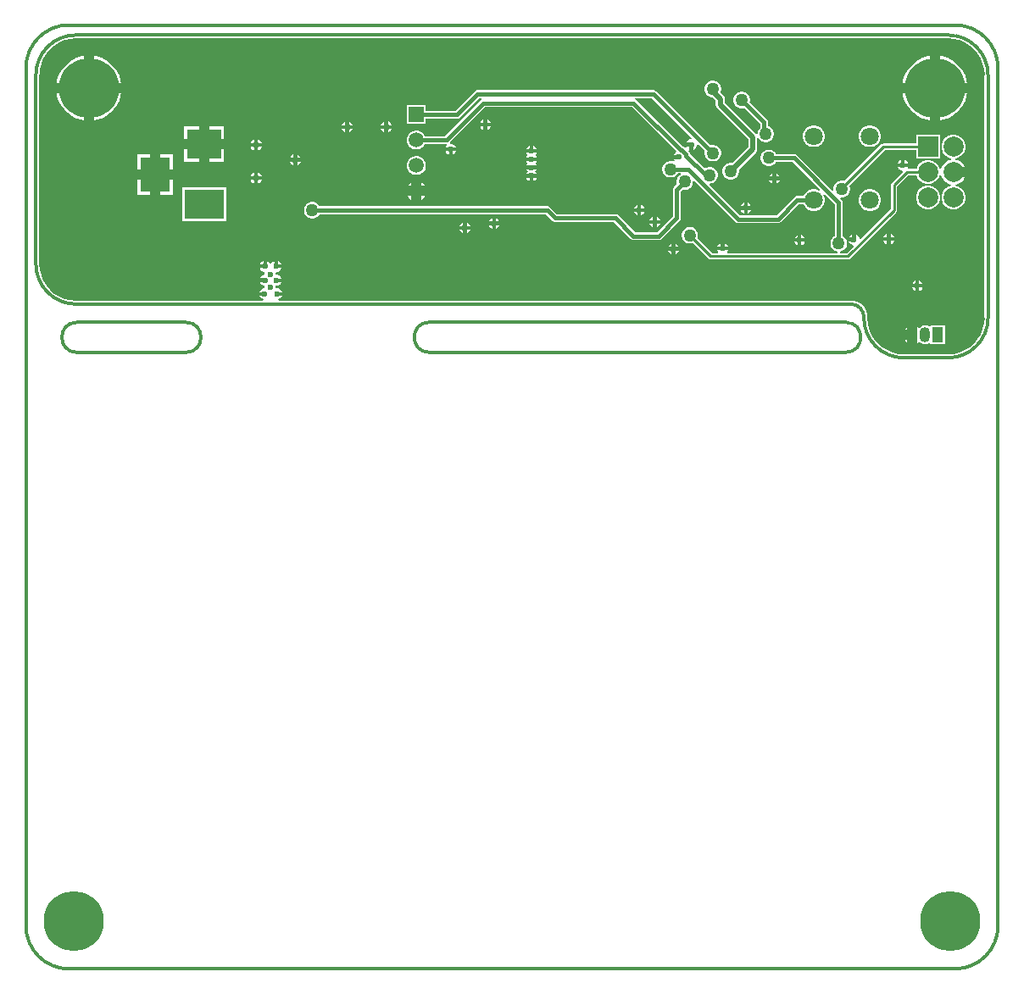
<source format=gbl>
G04*
G04 #@! TF.GenerationSoftware,Altium Limited,Altium Designer,22.0.2 (36)*
G04*
G04 Layer_Physical_Order=2*
G04 Layer_Color=16711680*
%FSLAX25Y25*%
%MOIN*%
G70*
G04*
G04 #@! TF.SameCoordinates,F8844AE4-5711-4282-AF9D-DA4343363A06*
G04*
G04*
G04 #@! TF.FilePolarity,Positive*
G04*
G01*
G75*
%ADD11C,0.01181*%
%ADD14C,0.01000*%
%ADD88C,0.01600*%
%ADD89C,0.02000*%
%ADD90C,0.05000*%
%ADD97O,0.04213X0.05906*%
%ADD98R,0.04213X0.05906*%
%ADD99C,0.23622*%
%ADD100C,0.07874*%
%ADD101R,0.07874X0.07874*%
%ADD102R,0.15748X0.11811*%
%ADD103R,0.11811X0.13780*%
%ADD104R,0.13780X0.11811*%
%ADD105C,0.07087*%
%ADD106R,0.05906X0.05906*%
%ADD107C,0.05906*%
%ADD108C,0.02362*%
%ADD109C,0.05000*%
%ADD110C,0.02500*%
G36*
X19685Y365956D02*
X362103D01*
X362104Y365956D01*
X362598Y365956D01*
X363091Y365938D01*
X364851Y365799D01*
X367049Y365272D01*
X369137Y364407D01*
X371064Y363226D01*
X372782Y361758D01*
X374250Y360040D01*
X375431Y358113D01*
X376295Y356025D01*
X376823Y353828D01*
X376994Y351649D01*
X376980Y351575D01*
Y256103D01*
X376994Y256029D01*
X376823Y253850D01*
X376295Y251653D01*
X375431Y249565D01*
X374250Y247638D01*
X372782Y245919D01*
X371064Y244452D01*
X369137Y243271D01*
X367049Y242406D01*
X364851Y241878D01*
X362673Y241707D01*
X362598Y241722D01*
X345276D01*
X345201Y241707D01*
X343023Y241878D01*
X340825Y242406D01*
X338737Y243271D01*
X336810Y244452D01*
X335092Y245919D01*
X333624Y247638D01*
X332443Y249565D01*
X331579Y251653D01*
X331051Y253850D01*
X330912Y255610D01*
X330894Y256103D01*
X330907Y256373D01*
X330884Y256603D01*
X330782Y257640D01*
X330412Y258859D01*
X329812Y259982D01*
X329004Y260967D01*
X328019Y261775D01*
X326896Y262375D01*
X325677Y262745D01*
X324892Y262822D01*
X324823Y262829D01*
X324680Y262858D01*
X324410Y262870D01*
Y262865D01*
X324374Y262858D01*
X99377D01*
X99277Y263358D01*
X99963Y263642D01*
X100577Y264255D01*
X100778Y264741D01*
X98728D01*
Y266241D01*
X100778D01*
X100577Y266726D01*
X99963Y267340D01*
X99161Y267672D01*
X98706D01*
X98293Y267676D01*
X98244Y268134D01*
Y268544D01*
X98288Y268610D01*
X98861D01*
X99663Y268942D01*
X100277Y269555D01*
X100478Y270041D01*
X98428D01*
Y271541D01*
X100478D01*
X100277Y272026D01*
X99663Y272640D01*
X98861Y272972D01*
X98244D01*
Y273662D01*
X98195Y273781D01*
X98473Y274197D01*
X98859D01*
X99661Y274529D01*
X100274Y275143D01*
X100475Y275628D01*
X98425D01*
Y276378D01*
X97675D01*
Y278428D01*
X97190Y278227D01*
X96576Y277613D01*
X96510Y277453D01*
X96010D01*
X95943Y277613D01*
X95330Y278227D01*
X94845Y278428D01*
Y276378D01*
X94095D01*
Y275628D01*
X92044D01*
X92245Y275143D01*
X92859Y274529D01*
X93661Y274197D01*
X93934Y273788D01*
X93882Y273662D01*
Y273047D01*
X93661D01*
X92859Y272715D01*
X92245Y272102D01*
X92044Y271616D01*
X94095D01*
Y270116D01*
X92044D01*
X92245Y269631D01*
X92859Y269017D01*
X93661Y268685D01*
X93788D01*
X93882Y268544D01*
Y267676D01*
X93879Y267672D01*
X93494D01*
X92692Y267340D01*
X92079Y266726D01*
X91877Y266241D01*
X93928D01*
Y264741D01*
X91877D01*
X92079Y264255D01*
X92692Y263642D01*
X93378Y263358D01*
X93279Y262858D01*
X19685D01*
X19611Y262843D01*
X17432Y263014D01*
X15235Y263542D01*
X13147Y264407D01*
X11220Y265588D01*
X9501Y267055D01*
X8034Y268774D01*
X6853Y270701D01*
X5988Y272789D01*
X5460Y274986D01*
X5289Y277165D01*
X5304Y277239D01*
Y351574D01*
X5304Y351575D01*
X5304D01*
X5322Y352067D01*
X5460Y353828D01*
X5988Y356025D01*
X6853Y358113D01*
X8034Y360040D01*
X9501Y361758D01*
X11220Y363226D01*
X13147Y364407D01*
X15235Y365272D01*
X17432Y365799D01*
X19611Y365971D01*
X19685Y365956D01*
D02*
G37*
%LPC*%
G36*
X359480Y359111D02*
Y348457D01*
X370134D01*
X369976Y349457D01*
X369353Y351374D01*
X368437Y353171D01*
X367252Y354802D01*
X365826Y356228D01*
X364195Y357414D01*
X362398Y358329D01*
X360480Y358952D01*
X359480Y359111D01*
D02*
G37*
G36*
X355480D02*
X354480Y358952D01*
X352563Y358329D01*
X350766Y357414D01*
X349134Y356228D01*
X347709Y354802D01*
X346523Y353171D01*
X345608Y351374D01*
X344985Y349457D01*
X344826Y348457D01*
X355480D01*
Y359111D01*
D02*
G37*
G36*
X26803D02*
Y348457D01*
X37457D01*
X37299Y349457D01*
X36676Y351374D01*
X35760Y353171D01*
X34575Y354802D01*
X33149Y356228D01*
X31518Y357414D01*
X29721Y358329D01*
X27803Y358952D01*
X26803Y359111D01*
D02*
G37*
G36*
X22803D02*
X21803Y358952D01*
X19885Y358329D01*
X18089Y357414D01*
X16457Y356228D01*
X15032Y354802D01*
X13846Y353171D01*
X12931Y351374D01*
X12308Y349457D01*
X12149Y348457D01*
X22803D01*
Y359111D01*
D02*
G37*
G36*
X370134Y344457D02*
X359480D01*
Y333803D01*
X360480Y333961D01*
X362398Y334584D01*
X364195Y335500D01*
X365826Y336685D01*
X367252Y338111D01*
X368437Y339742D01*
X369353Y341539D01*
X369976Y343457D01*
X370134Y344457D01*
D02*
G37*
G36*
X355480D02*
X344826D01*
X344985Y343457D01*
X345608Y341539D01*
X346523Y339742D01*
X347709Y338111D01*
X349134Y336685D01*
X350766Y335500D01*
X352563Y334584D01*
X354480Y333961D01*
X355480Y333803D01*
Y344457D01*
D02*
G37*
G36*
X37457D02*
X26803D01*
Y333803D01*
X27803Y333961D01*
X29721Y334584D01*
X31518Y335500D01*
X33149Y336685D01*
X34575Y338111D01*
X35760Y339742D01*
X36676Y341539D01*
X37299Y343457D01*
X37457Y344457D01*
D02*
G37*
G36*
X22803D02*
X12149D01*
X12308Y343457D01*
X12931Y341539D01*
X13846Y339742D01*
X15032Y338111D01*
X16457Y336685D01*
X18089Y335500D01*
X19885Y334584D01*
X21803Y333961D01*
X22803Y333803D01*
Y344457D01*
D02*
G37*
G36*
X181478Y334141D02*
Y332841D01*
X182778D01*
X182577Y333326D01*
X181963Y333940D01*
X181478Y334141D01*
D02*
G37*
G36*
X179978D02*
X179492Y333940D01*
X178878Y333326D01*
X178677Y332841D01*
X179978D01*
Y334141D01*
D02*
G37*
G36*
X142482Y333301D02*
Y331926D01*
X143857D01*
X143640Y332451D01*
X143007Y333083D01*
X142482Y333301D01*
D02*
G37*
G36*
X140982D02*
X140458Y333083D01*
X139825Y332451D01*
X139608Y331926D01*
X140982D01*
Y333301D01*
D02*
G37*
G36*
X127128D02*
Y331926D01*
X128503D01*
X128285Y332451D01*
X127653Y333083D01*
X127128Y333301D01*
D02*
G37*
G36*
X125628D02*
X125103Y333083D01*
X124470Y332451D01*
X124253Y331926D01*
X125628D01*
Y333301D01*
D02*
G37*
G36*
X182778Y331341D02*
X181478D01*
Y330041D01*
X181963Y330242D01*
X182577Y330855D01*
X182778Y331341D01*
D02*
G37*
G36*
X179978D02*
X178677D01*
X178878Y330855D01*
X179492Y330242D01*
X179978Y330041D01*
Y331341D01*
D02*
G37*
G36*
X143857Y330426D02*
X142482D01*
Y329051D01*
X143007Y329269D01*
X143640Y329901D01*
X143857Y330426D01*
D02*
G37*
G36*
X140982D02*
X139608D01*
X139825Y329901D01*
X140458Y329269D01*
X140982Y329051D01*
Y330426D01*
D02*
G37*
G36*
X128503D02*
X127128D01*
Y329051D01*
X127653Y329269D01*
X128285Y329901D01*
X128503Y330426D01*
D02*
G37*
G36*
X125628D02*
X124253D01*
X124470Y329901D01*
X125103Y329269D01*
X125628Y329051D01*
Y330426D01*
D02*
G37*
G36*
X77969Y331293D02*
X72079D01*
Y326387D01*
X77969D01*
Y331293D01*
D02*
G37*
G36*
X68079D02*
X62189D01*
Y326387D01*
X68079D01*
Y331293D01*
D02*
G37*
G36*
X270507Y349313D02*
X269651D01*
X268824Y349092D01*
X268083Y348664D01*
X267478Y348059D01*
X267050Y347317D01*
X266829Y346491D01*
Y345635D01*
X267050Y344809D01*
X267478Y344068D01*
X268083Y343462D01*
X268824Y343035D01*
X269651Y342813D01*
X269994D01*
X271316Y341491D01*
Y339892D01*
X271452Y339209D01*
X271838Y338630D01*
X284043Y326426D01*
Y323180D01*
X277829Y316966D01*
X277593Y317030D01*
X276737D01*
X275911Y316808D01*
X275170Y316380D01*
X274565Y315775D01*
X274137Y315034D01*
X273915Y314207D01*
Y313352D01*
X274137Y312525D01*
X274565Y311784D01*
X275170Y311179D01*
X275911Y310751D01*
X276737Y310529D01*
X277593D01*
X278420Y310751D01*
X279161Y311179D01*
X279766Y311784D01*
X280194Y312525D01*
X280415Y313352D01*
Y314207D01*
X280352Y314443D01*
X287088Y321179D01*
X287088Y321179D01*
X287475Y321758D01*
X287611Y322441D01*
X287611Y322441D01*
Y326694D01*
X288111Y326829D01*
X288344Y326425D01*
X288949Y325819D01*
X289690Y325392D01*
X290517Y325170D01*
X291373D01*
X292199Y325392D01*
X292940Y325819D01*
X293546Y326425D01*
X293973Y327166D01*
X294195Y327992D01*
Y328848D01*
X293973Y329675D01*
X293546Y330416D01*
X292940Y331021D01*
X292199Y331449D01*
X291875Y331536D01*
Y332934D01*
X291754Y333539D01*
X291412Y334051D01*
X284622Y340841D01*
X284746Y341304D01*
Y342160D01*
X284525Y342987D01*
X284097Y343728D01*
X283492Y344333D01*
X282751Y344761D01*
X281924Y344982D01*
X281068D01*
X280242Y344761D01*
X279501Y344333D01*
X278895Y343728D01*
X278467Y342987D01*
X278246Y342160D01*
Y341304D01*
X278467Y340478D01*
X278895Y339737D01*
X279501Y339132D01*
X280242Y338704D01*
X281068Y338482D01*
X281924D01*
X282387Y338606D01*
X288714Y332279D01*
Y330785D01*
X288344Y330416D01*
X287916Y329675D01*
X287695Y328848D01*
Y328419D01*
X287195Y328268D01*
X287088Y328427D01*
X287088Y328427D01*
X274884Y340631D01*
Y342230D01*
X274749Y342913D01*
X274362Y343492D01*
X273084Y344769D01*
X273107Y344809D01*
X273329Y345635D01*
Y346491D01*
X273107Y347317D01*
X272679Y348059D01*
X272074Y348664D01*
X271333Y349092D01*
X270507Y349313D01*
D02*
G37*
G36*
X91301Y326214D02*
Y324839D01*
X92676D01*
X92459Y325364D01*
X91826Y325997D01*
X91301Y326214D01*
D02*
G37*
G36*
X89801D02*
X89277Y325997D01*
X88644Y325364D01*
X88427Y324839D01*
X89801D01*
Y326214D01*
D02*
G37*
G36*
X332455Y331852D02*
X331325D01*
X330233Y331560D01*
X329254Y330995D01*
X328454Y330195D01*
X327889Y329216D01*
X327596Y328124D01*
Y326994D01*
X327889Y325902D01*
X328454Y324923D01*
X329254Y324124D01*
X330233Y323558D01*
X331325Y323266D01*
X332455D01*
X333547Y323558D01*
X334526Y324124D01*
X335325Y324923D01*
X335891Y325902D01*
X336183Y326994D01*
Y328124D01*
X335891Y329216D01*
X335325Y330195D01*
X334526Y330995D01*
X333547Y331560D01*
X332455Y331852D01*
D02*
G37*
G36*
X310408D02*
X309277D01*
X308185Y331560D01*
X307206Y330995D01*
X306407Y330195D01*
X305842Y329216D01*
X305549Y328124D01*
Y326994D01*
X305842Y325902D01*
X306407Y324923D01*
X307206Y324124D01*
X308185Y323558D01*
X309277Y323266D01*
X310408D01*
X311500Y323558D01*
X312479Y324124D01*
X313278Y324923D01*
X313843Y325902D01*
X314136Y326994D01*
Y328124D01*
X313843Y329216D01*
X313278Y330195D01*
X312479Y330995D01*
X311500Y331560D01*
X310408Y331852D01*
D02*
G37*
G36*
X199578Y323741D02*
Y322441D01*
X200878D01*
X200677Y322926D01*
X200063Y323540D01*
X199578Y323741D01*
D02*
G37*
G36*
X198078D02*
X197592Y323540D01*
X196978Y322926D01*
X196777Y322441D01*
X198078D01*
Y323741D01*
D02*
G37*
G36*
X92676Y323339D02*
X91301D01*
Y321965D01*
X91826Y322182D01*
X92459Y322815D01*
X92676Y323339D01*
D02*
G37*
G36*
X89801D02*
X88427D01*
X88644Y322815D01*
X89277Y322182D01*
X89801Y321965D01*
Y323339D01*
D02*
G37*
G36*
X169178Y321641D02*
X167878D01*
Y320341D01*
X168363Y320542D01*
X168977Y321155D01*
X169178Y321641D01*
D02*
G37*
G36*
X166378D02*
X165077D01*
X165278Y321155D01*
X165892Y320542D01*
X166378Y320341D01*
Y321641D01*
D02*
G37*
G36*
X200878Y320941D02*
X196777D01*
X196978Y320455D01*
X197360Y320074D01*
X196978Y319693D01*
X196777Y319208D01*
X200878D01*
X200677Y319693D01*
X200295Y320074D01*
X200677Y320455D01*
X200878Y320941D01*
D02*
G37*
G36*
X106656Y320309D02*
Y318934D01*
X108030D01*
X107813Y319458D01*
X107180Y320091D01*
X106656Y320309D01*
D02*
G37*
G36*
X105156D02*
X104631Y320091D01*
X103998Y319458D01*
X103781Y318934D01*
X105156D01*
Y320309D01*
D02*
G37*
G36*
X246850Y345675D02*
X177559D01*
X176954Y345554D01*
X176442Y345212D01*
X168794Y337565D01*
X157246D01*
Y339687D01*
X149841D01*
Y332281D01*
X157246D01*
Y334404D01*
X169449D01*
X170054Y334524D01*
X170566Y334867D01*
X178214Y342514D01*
X179282D01*
X179331Y342014D01*
X179316Y342011D01*
X178804Y341669D01*
X164700Y327565D01*
X156906D01*
X156506Y328258D01*
X155817Y328947D01*
X154973Y329435D01*
X154031Y329687D01*
X153056D01*
X152114Y329435D01*
X151270Y328947D01*
X150580Y328258D01*
X150093Y327413D01*
X149841Y326472D01*
Y325497D01*
X150093Y324555D01*
X150580Y323711D01*
X151270Y323021D01*
X152114Y322534D01*
X153056Y322282D01*
X154031D01*
X154973Y322534D01*
X155817Y323021D01*
X156506Y323711D01*
X156906Y324404D01*
X165349D01*
X165360Y324392D01*
X165594Y323942D01*
X165278Y323626D01*
X165077Y323141D01*
X169178D01*
X168977Y323626D01*
X168363Y324240D01*
X167561Y324572D01*
X166884D01*
X166665Y325060D01*
X180576Y338971D01*
X238322D01*
X255685Y321607D01*
X255592Y321140D01*
X254978Y320526D01*
X254777Y320041D01*
X256828D01*
Y318541D01*
X254777D01*
X254978Y318055D01*
X254999Y318035D01*
X254906Y317832D01*
X254707Y317620D01*
X253971Y317817D01*
X253115D01*
X252289Y317595D01*
X251548Y317167D01*
X250943Y316562D01*
X250515Y315821D01*
X250293Y314995D01*
Y314139D01*
X250515Y313313D01*
X250943Y312571D01*
X251548Y311966D01*
X252289Y311538D01*
X253115Y311317D01*
X253971D01*
X254798Y311538D01*
X255539Y311966D01*
X256144Y312571D01*
X256384Y312986D01*
X257411D01*
X257545Y312487D01*
X257060Y312206D01*
X256454Y311601D01*
X256027Y310860D01*
X255805Y310034D01*
Y309178D01*
X255929Y308715D01*
X254788Y307574D01*
X254445Y307061D01*
X254325Y306456D01*
Y295930D01*
X248164Y289769D01*
X239631D01*
X233007Y296393D01*
X232494Y296736D01*
X231890Y296856D01*
X208922D01*
X206236Y299543D01*
X205723Y299885D01*
X205118Y300006D01*
X115439D01*
X115199Y300421D01*
X114594Y301026D01*
X113853Y301454D01*
X113026Y301675D01*
X112171D01*
X111344Y301454D01*
X110603Y301026D01*
X109998Y300421D01*
X109570Y299680D01*
X109348Y298853D01*
Y297997D01*
X109570Y297171D01*
X109998Y296430D01*
X110603Y295825D01*
X111344Y295397D01*
X112171Y295175D01*
X113026D01*
X113853Y295397D01*
X114594Y295825D01*
X115199Y296430D01*
X115439Y296845D01*
X204464D01*
X207150Y294158D01*
X207663Y293815D01*
X208268Y293695D01*
X231235D01*
X237859Y287071D01*
X238372Y286729D01*
X238976Y286609D01*
X248819D01*
X249424Y286729D01*
X249936Y287071D01*
X257023Y294158D01*
X257366Y294671D01*
X257486Y295276D01*
Y305802D01*
X258164Y306480D01*
X258627Y306356D01*
X259483D01*
X260310Y306577D01*
X261051Y307005D01*
X261656Y307610D01*
X262084Y308351D01*
X262305Y309178D01*
Y309772D01*
X262805Y309979D01*
X279019Y293764D01*
X279532Y293422D01*
X280137Y293302D01*
X295669D01*
X296274Y293422D01*
X296787Y293764D01*
X303804Y300782D01*
X305821D01*
X305842Y300705D01*
X306407Y299726D01*
X307206Y298927D01*
X308185Y298361D01*
X309277Y298069D01*
X310408D01*
X311500Y298361D01*
X312479Y298927D01*
X313278Y299726D01*
X313843Y300705D01*
X314136Y301797D01*
Y302927D01*
X313843Y304019D01*
X313609Y304426D01*
X314009Y304733D01*
X318057Y300684D01*
Y288179D01*
X317642Y287939D01*
X317037Y287334D01*
X316609Y286593D01*
X316388Y285766D01*
Y284911D01*
X316609Y284084D01*
X317037Y283343D01*
X317642Y282738D01*
X318383Y282310D01*
X319210Y282089D01*
X319208Y281589D01*
X275964D01*
X275773Y282051D01*
X275877Y282155D01*
X276078Y282641D01*
X271977D01*
X272179Y282155D01*
X272283Y282051D01*
X272091Y281589D01*
X269819D01*
X264058Y287351D01*
X264274Y288155D01*
Y289011D01*
X264052Y289837D01*
X263624Y290578D01*
X263019Y291183D01*
X262278Y291611D01*
X261452Y291833D01*
X260596D01*
X259769Y291611D01*
X259028Y291183D01*
X258423Y290578D01*
X257995Y289837D01*
X257774Y289011D01*
Y288155D01*
X257995Y287328D01*
X258423Y286587D01*
X259028Y285982D01*
X259769Y285554D01*
X260596Y285333D01*
X261452D01*
X262256Y285548D01*
X268390Y279414D01*
X268804Y279137D01*
X269291Y279041D01*
X323228D01*
X323716Y279137D01*
X324130Y279414D01*
X342240Y297524D01*
X342516Y297937D01*
X342613Y298425D01*
Y307740D01*
X346985Y312111D01*
X350214D01*
X350357Y311577D01*
X350974Y310508D01*
X351847Y309635D01*
X352915Y309018D01*
X354107Y308699D01*
X355342D01*
X356534Y309018D01*
X357602Y309635D01*
X358475Y310508D01*
X359092Y311577D01*
X359336Y312488D01*
X359854Y312488D01*
X360124Y311480D01*
X360774Y310354D01*
X361693Y309435D01*
X362819Y308785D01*
X363826Y308515D01*
X363827Y307998D01*
X362915Y307753D01*
X361846Y307136D01*
X360974Y306264D01*
X360357Y305195D01*
X360037Y304003D01*
Y302769D01*
X360357Y301577D01*
X360974Y300508D01*
X361846Y299635D01*
X362915Y299018D01*
X364107Y298699D01*
X365341D01*
X366533Y299018D01*
X367602Y299635D01*
X368475Y300508D01*
X369092Y301577D01*
X369411Y302769D01*
Y304003D01*
X369092Y305195D01*
X368475Y306264D01*
X367602Y307136D01*
X366533Y307753D01*
X365622Y307998D01*
X365622Y308515D01*
X366630Y308785D01*
X367756Y309435D01*
X368675Y310354D01*
X369270Y311386D01*
X364724D01*
Y315386D01*
X369270D01*
X368675Y316417D01*
X367756Y317336D01*
X366630Y317986D01*
X365622Y318256D01*
X365622Y318774D01*
X366533Y319018D01*
X367602Y319635D01*
X368475Y320508D01*
X369092Y321577D01*
X369411Y322769D01*
Y324003D01*
X369092Y325195D01*
X368475Y326264D01*
X367602Y327136D01*
X366533Y327753D01*
X365341Y328073D01*
X364107D01*
X362915Y327753D01*
X361846Y327136D01*
X360974Y326264D01*
X360357Y325195D01*
X360037Y324003D01*
Y322769D01*
X360357Y321577D01*
X360974Y320508D01*
X361846Y319635D01*
X362915Y319018D01*
X363827Y318774D01*
X363826Y318256D01*
X362819Y317986D01*
X361693Y317336D01*
X360774Y316417D01*
X360124Y315291D01*
X359854Y314284D01*
X359336Y314284D01*
X359092Y315195D01*
X358475Y316264D01*
X357602Y317136D01*
X356534Y317753D01*
X355342Y318073D01*
X354107D01*
X352915Y317753D01*
X351847Y317136D01*
X350974Y316264D01*
X350357Y315195D01*
X350214Y314660D01*
X347138D01*
X346836Y315160D01*
X346932Y315392D01*
X342832D01*
X343033Y314906D01*
X343646Y314293D01*
X344448Y313961D01*
X344576D01*
X344767Y313499D01*
X340437Y309169D01*
X340161Y308755D01*
X340064Y308268D01*
Y298953D01*
X328271Y287160D01*
X327785Y287381D01*
X327477Y288126D01*
X326863Y288740D01*
X326378Y288941D01*
Y286891D01*
X325628D01*
Y286141D01*
X323577D01*
X323779Y285655D01*
X324392Y285042D01*
X325137Y284733D01*
X325359Y284248D01*
X322700Y281589D01*
X320068D01*
X320066Y282089D01*
X320892Y282310D01*
X321633Y282738D01*
X322238Y283343D01*
X322666Y284084D01*
X322888Y284911D01*
Y285766D01*
X322666Y286593D01*
X322238Y287334D01*
X321633Y287939D01*
X321218Y288179D01*
Y301339D01*
X321098Y301943D01*
X320755Y302456D01*
X320230Y302981D01*
X320397Y303352D01*
X320476Y303443D01*
X321294D01*
X322121Y303664D01*
X322862Y304092D01*
X323467Y304697D01*
X323895Y305438D01*
X324116Y306265D01*
Y307121D01*
X323895Y307947D01*
X323761Y308179D01*
X337693Y322111D01*
X350037D01*
Y318699D01*
X359411D01*
Y328073D01*
X350037D01*
Y324660D01*
X337165D01*
X336678Y324563D01*
X336264Y324287D01*
X321788Y309811D01*
X321294Y309943D01*
X320438D01*
X319612Y309721D01*
X318871Y309294D01*
X318266Y308688D01*
X317838Y307947D01*
X317616Y307121D01*
Y306302D01*
X317526Y306224D01*
X317154Y306057D01*
X303123Y320089D01*
X302610Y320431D01*
X302005Y320552D01*
X294966D01*
X294727Y320967D01*
X294122Y321572D01*
X293380Y322000D01*
X292554Y322221D01*
X291698D01*
X290872Y322000D01*
X290130Y321572D01*
X289525Y320967D01*
X289097Y320226D01*
X288876Y319399D01*
Y318543D01*
X289097Y317717D01*
X289525Y316976D01*
X290130Y316371D01*
X290872Y315943D01*
X291698Y315721D01*
X292554D01*
X293380Y315943D01*
X294122Y316371D01*
X294727Y316976D01*
X294966Y317391D01*
X301350D01*
X312213Y306528D01*
X311906Y306128D01*
X311500Y306363D01*
X310408Y306656D01*
X309277D01*
X308185Y306363D01*
X307206Y305798D01*
X306407Y304998D01*
X305842Y304019D01*
X305821Y303942D01*
X303150D01*
X302545Y303822D01*
X302032Y303480D01*
X295015Y296462D01*
X280792D01*
X268799Y308455D01*
X269006Y308955D01*
X269325D01*
X270152Y309176D01*
X270893Y309604D01*
X271498Y310209D01*
X271926Y310950D01*
X272148Y311777D01*
Y312633D01*
X271926Y313459D01*
X271498Y314200D01*
X270893Y314805D01*
X270152Y315233D01*
X269325Y315455D01*
X268470D01*
X267643Y315233D01*
X266937Y314826D01*
X261157Y320606D01*
X261069Y321048D01*
X260726Y321560D01*
X260482Y321805D01*
X260765Y322229D01*
X260978Y322141D01*
Y323441D01*
X259677D01*
X259766Y323228D01*
X259342Y322945D01*
X259097Y323189D01*
X258584Y323532D01*
X258143Y323620D01*
X240094Y341669D01*
X239581Y342011D01*
X239567Y342014D01*
X239616Y342514D01*
X246196D01*
X261838Y326872D01*
X261631Y326372D01*
X261294D01*
X260492Y326040D01*
X259878Y325426D01*
X259677Y324941D01*
X261728D01*
Y324191D01*
X262478D01*
Y322141D01*
X262963Y322342D01*
X263577Y322955D01*
X263909Y323757D01*
Y324094D01*
X264409Y324301D01*
X266953Y321757D01*
X266829Y321294D01*
Y320438D01*
X267050Y319612D01*
X267478Y318871D01*
X268083Y318266D01*
X268824Y317838D01*
X269651Y317616D01*
X270507D01*
X271333Y317838D01*
X272074Y318266D01*
X272679Y318871D01*
X273107Y319612D01*
X273329Y320438D01*
Y321294D01*
X273107Y322121D01*
X272679Y322862D01*
X272074Y323467D01*
X271333Y323895D01*
X270507Y324116D01*
X269651D01*
X269188Y323992D01*
X247968Y345212D01*
X247455Y345554D01*
X246850Y345675D01*
D02*
G37*
G36*
X77969Y322387D02*
X72079D01*
Y317482D01*
X77969D01*
Y322387D01*
D02*
G37*
G36*
X68079D02*
X62189D01*
Y317482D01*
X68079D01*
Y322387D01*
D02*
G37*
G36*
X345632Y318192D02*
Y316892D01*
X346932D01*
X346731Y317377D01*
X346117Y317991D01*
X345632Y318192D01*
D02*
G37*
G36*
X344132D02*
X343646Y317991D01*
X343033Y317377D01*
X342832Y316892D01*
X344132D01*
Y318192D01*
D02*
G37*
G36*
X108030Y317434D02*
X106656D01*
Y316059D01*
X107180Y316276D01*
X107813Y316909D01*
X108030Y317434D01*
D02*
G37*
G36*
X105156D02*
X103781D01*
X103998Y316909D01*
X104631Y316276D01*
X105156Y316059D01*
Y317434D01*
D02*
G37*
G36*
X200878Y317708D02*
X196777D01*
X196978Y317222D01*
X197360Y316841D01*
X196978Y316460D01*
X196777Y315974D01*
X200878D01*
X200677Y316460D01*
X200295Y316841D01*
X200677Y317222D01*
X200878Y317708D01*
D02*
G37*
G36*
X57684Y320277D02*
X52779D01*
Y314387D01*
X57684D01*
Y320277D01*
D02*
G37*
G36*
X48779D02*
X43873D01*
Y314387D01*
X48779D01*
Y320277D01*
D02*
G37*
G36*
X200878Y314474D02*
X196777D01*
X196978Y313989D01*
X197360Y313608D01*
X196978Y313226D01*
X196777Y312741D01*
X200878D01*
X200677Y313226D01*
X200295Y313608D01*
X200677Y313989D01*
X200878Y314474D01*
D02*
G37*
G36*
X154031Y319687D02*
X153056D01*
X152114Y319435D01*
X151270Y318947D01*
X150580Y318258D01*
X150093Y317413D01*
X149841Y316472D01*
Y315497D01*
X150093Y314555D01*
X150580Y313711D01*
X151270Y313021D01*
X152114Y312534D01*
X153056Y312281D01*
X154031D01*
X154973Y312534D01*
X155817Y313021D01*
X156506Y313711D01*
X156994Y314555D01*
X157246Y315497D01*
Y316472D01*
X156994Y317413D01*
X156506Y318258D01*
X155817Y318947D01*
X154973Y319435D01*
X154031Y319687D01*
D02*
G37*
G36*
X91301Y313222D02*
Y311847D01*
X92676D01*
X92459Y312372D01*
X91826Y313005D01*
X91301Y313222D01*
D02*
G37*
G36*
X89801D02*
X89277Y313005D01*
X88644Y312372D01*
X88427Y311847D01*
X89801D01*
Y313222D01*
D02*
G37*
G36*
X295078Y313041D02*
Y311741D01*
X296378D01*
X296177Y312226D01*
X295563Y312840D01*
X295078Y313041D01*
D02*
G37*
G36*
X293578D02*
X293092Y312840D01*
X292478Y312226D01*
X292277Y311741D01*
X293578D01*
Y313041D01*
D02*
G37*
G36*
X200878Y311241D02*
X199578D01*
Y309941D01*
X200063Y310142D01*
X200677Y310755D01*
X200878Y311241D01*
D02*
G37*
G36*
X198078D02*
X196777D01*
X196978Y310755D01*
X197592Y310142D01*
X198078Y309941D01*
Y311241D01*
D02*
G37*
G36*
X92676Y310347D02*
X91301D01*
Y308973D01*
X91826Y309190D01*
X92459Y309823D01*
X92676Y310347D01*
D02*
G37*
G36*
X89801D02*
X88427D01*
X88644Y309823D01*
X89277Y309190D01*
X89801Y308973D01*
Y310347D01*
D02*
G37*
G36*
X296378Y310241D02*
X295078D01*
Y308941D01*
X295563Y309142D01*
X296177Y309755D01*
X296378Y310241D01*
D02*
G37*
G36*
X293578D02*
X292277D01*
X292478Y309755D01*
X293092Y309142D01*
X293578Y308941D01*
Y310241D01*
D02*
G37*
G36*
X155543Y309394D02*
Y307984D01*
X156953D01*
X156706Y308411D01*
X155970Y309147D01*
X155543Y309394D01*
D02*
G37*
G36*
X151543Y309394D02*
X151116Y309147D01*
X150380Y308411D01*
X150134Y307984D01*
X151543D01*
Y309394D01*
D02*
G37*
G36*
X57684Y310387D02*
X52779D01*
Y304498D01*
X57684D01*
Y310387D01*
D02*
G37*
G36*
X48779D02*
X43873D01*
Y304498D01*
X48779D01*
Y310387D01*
D02*
G37*
G36*
X156953Y303984D02*
X155543D01*
Y302575D01*
X155970Y302821D01*
X156706Y303557D01*
X156953Y303984D01*
D02*
G37*
G36*
X151543D02*
X150134D01*
X150380Y303557D01*
X151116Y302821D01*
X151543Y302575D01*
Y303984D01*
D02*
G37*
G36*
X283878Y301341D02*
Y300041D01*
X285178D01*
X284977Y300526D01*
X284363Y301140D01*
X283878Y301341D01*
D02*
G37*
G36*
X282378D02*
X281892Y301140D01*
X281278Y300526D01*
X281077Y300041D01*
X282378D01*
Y301341D01*
D02*
G37*
G36*
X241978Y300541D02*
Y299241D01*
X243278D01*
X243077Y299726D01*
X242463Y300340D01*
X241978Y300541D01*
D02*
G37*
G36*
X240478D02*
X239992Y300340D01*
X239378Y299726D01*
X239177Y299241D01*
X240478D01*
Y300541D01*
D02*
G37*
G36*
X355342Y308073D02*
X354107D01*
X352915Y307753D01*
X351847Y307136D01*
X350974Y306264D01*
X350357Y305195D01*
X350037Y304003D01*
Y302769D01*
X350357Y301577D01*
X350974Y300508D01*
X351847Y299635D01*
X352915Y299018D01*
X354107Y298699D01*
X355342D01*
X356534Y299018D01*
X357602Y299635D01*
X358475Y300508D01*
X359092Y301577D01*
X359411Y302769D01*
Y304003D01*
X359092Y305195D01*
X358475Y306264D01*
X357602Y307136D01*
X356534Y307753D01*
X355342Y308073D01*
D02*
G37*
G36*
X332455Y306656D02*
X331325D01*
X330233Y306363D01*
X329254Y305798D01*
X328454Y304998D01*
X327889Y304019D01*
X327596Y302927D01*
Y301797D01*
X327889Y300705D01*
X328454Y299726D01*
X329254Y298927D01*
X330233Y298361D01*
X331325Y298069D01*
X332455D01*
X333547Y298361D01*
X334526Y298927D01*
X335325Y299726D01*
X335891Y300705D01*
X336183Y301797D01*
Y302927D01*
X335891Y304019D01*
X335325Y304998D01*
X334526Y305798D01*
X333547Y306363D01*
X332455Y306656D01*
D02*
G37*
G36*
X285178Y298541D02*
X283878D01*
Y297241D01*
X284363Y297442D01*
X284977Y298055D01*
X285178Y298541D01*
D02*
G37*
G36*
X282378D02*
X281077D01*
X281278Y298055D01*
X281892Y297442D01*
X282378Y297241D01*
Y298541D01*
D02*
G37*
G36*
X243278Y297741D02*
X241978D01*
Y296441D01*
X242463Y296642D01*
X243077Y297255D01*
X243278Y297741D01*
D02*
G37*
G36*
X240478D02*
X239177D01*
X239378Y297255D01*
X239992Y296642D01*
X240478Y296441D01*
Y297741D01*
D02*
G37*
G36*
X248078Y295841D02*
Y294541D01*
X249378D01*
X249177Y295026D01*
X248563Y295640D01*
X248078Y295841D01*
D02*
G37*
G36*
X246578D02*
X246092Y295640D01*
X245479Y295026D01*
X245277Y294541D01*
X246578D01*
Y295841D01*
D02*
G37*
G36*
X78703Y307443D02*
X61455D01*
Y294132D01*
X78703D01*
Y307443D01*
D02*
G37*
G36*
X184878Y295241D02*
Y293941D01*
X186178D01*
X185977Y294426D01*
X185363Y295040D01*
X184878Y295241D01*
D02*
G37*
G36*
X183378D02*
X182892Y295040D01*
X182279Y294426D01*
X182077Y293941D01*
X183378D01*
Y295241D01*
D02*
G37*
G36*
X173378Y293541D02*
Y292241D01*
X174678D01*
X174477Y292726D01*
X173863Y293340D01*
X173378Y293541D01*
D02*
G37*
G36*
X171878D02*
X171392Y293340D01*
X170779Y292726D01*
X170577Y292241D01*
X171878D01*
Y293541D01*
D02*
G37*
G36*
X249378Y293041D02*
X248078D01*
Y291741D01*
X248563Y291942D01*
X249177Y292555D01*
X249378Y293041D01*
D02*
G37*
G36*
X246578D02*
X245277D01*
X245479Y292555D01*
X246092Y291942D01*
X246578Y291741D01*
Y293041D01*
D02*
G37*
G36*
X186178Y292441D02*
X184878D01*
Y291141D01*
X185363Y291342D01*
X185977Y291955D01*
X186178Y292441D01*
D02*
G37*
G36*
X183378D02*
X182077D01*
X182279Y291955D01*
X182892Y291342D01*
X183378Y291141D01*
Y292441D01*
D02*
G37*
G36*
X174678Y290741D02*
X173378D01*
Y289441D01*
X173863Y289642D01*
X174477Y290255D01*
X174678Y290741D01*
D02*
G37*
G36*
X171878D02*
X170577D01*
X170779Y290255D01*
X171392Y289642D01*
X171878Y289441D01*
Y290741D01*
D02*
G37*
G36*
X340078Y289141D02*
Y287841D01*
X341378D01*
X341177Y288326D01*
X340563Y288940D01*
X340078Y289141D01*
D02*
G37*
G36*
X338578D02*
X338092Y288940D01*
X337478Y288326D01*
X337277Y287841D01*
X338578D01*
Y289141D01*
D02*
G37*
G36*
X324878Y288941D02*
X324392Y288740D01*
X323779Y288126D01*
X323577Y287641D01*
X324878D01*
Y288941D01*
D02*
G37*
G36*
X304978Y288741D02*
Y287441D01*
X306278D01*
X306077Y287926D01*
X305463Y288540D01*
X304978Y288741D01*
D02*
G37*
G36*
X303478D02*
X302992Y288540D01*
X302379Y287926D01*
X302177Y287441D01*
X303478D01*
Y288741D01*
D02*
G37*
G36*
X341378Y286341D02*
X340078D01*
Y285041D01*
X340563Y285242D01*
X341177Y285855D01*
X341378Y286341D01*
D02*
G37*
G36*
X338578D02*
X337277D01*
X337478Y285855D01*
X338092Y285242D01*
X338578Y285041D01*
Y286341D01*
D02*
G37*
G36*
X306278Y285941D02*
X304978D01*
Y284641D01*
X305463Y284842D01*
X306077Y285455D01*
X306278Y285941D01*
D02*
G37*
G36*
X303478D02*
X302177D01*
X302379Y285455D01*
X302992Y284842D01*
X303478Y284641D01*
Y285941D01*
D02*
G37*
G36*
X274778Y285441D02*
Y284141D01*
X276078D01*
X275877Y284626D01*
X275263Y285240D01*
X274778Y285441D01*
D02*
G37*
G36*
X273278D02*
X272792Y285240D01*
X272179Y284626D01*
X271977Y284141D01*
X273278D01*
Y285441D01*
D02*
G37*
G36*
X255378Y285241D02*
Y283941D01*
X256678D01*
X256477Y284426D01*
X255863Y285040D01*
X255378Y285241D01*
D02*
G37*
G36*
X253878D02*
X253392Y285040D01*
X252779Y284426D01*
X252577Y283941D01*
X253878D01*
Y285241D01*
D02*
G37*
G36*
X256678Y282441D02*
X255378D01*
Y281141D01*
X255863Y281342D01*
X256477Y281955D01*
X256678Y282441D01*
D02*
G37*
G36*
X253878D02*
X252577D01*
X252779Y281955D01*
X253392Y281342D01*
X253878Y281141D01*
Y282441D01*
D02*
G37*
G36*
X99175Y278428D02*
Y277128D01*
X100475D01*
X100274Y277613D01*
X99661Y278227D01*
X99175Y278428D01*
D02*
G37*
G36*
X93344D02*
X92859Y278227D01*
X92245Y277613D01*
X92044Y277128D01*
X93344D01*
Y278428D01*
D02*
G37*
G36*
X351278Y270741D02*
Y269441D01*
X352578D01*
X352377Y269926D01*
X351763Y270540D01*
X351278Y270741D01*
D02*
G37*
G36*
X349778D02*
X349292Y270540D01*
X348678Y269926D01*
X348477Y269441D01*
X349778D01*
Y270741D01*
D02*
G37*
G36*
X352578Y267941D02*
X351278D01*
Y266641D01*
X351763Y266842D01*
X352377Y267455D01*
X352578Y267941D01*
D02*
G37*
G36*
X349778D02*
X348477D01*
X348678Y267455D01*
X349292Y266842D01*
X349778Y266641D01*
Y267941D01*
D02*
G37*
G36*
X353638Y253066D02*
X352892Y252968D01*
X352197Y252680D01*
X351613Y252232D01*
X351488Y252150D01*
X351045D01*
X350853Y252400D01*
X350638Y252566D01*
Y249339D01*
Y246111D01*
X350853Y246277D01*
X351045Y246527D01*
X351488D01*
X351613Y246445D01*
X352197Y245997D01*
X352892Y245709D01*
X353638Y245611D01*
X354383Y245709D01*
X355078Y245997D01*
X355281Y246153D01*
X355782Y245906D01*
Y245636D01*
X361494D01*
Y253041D01*
X355782D01*
Y252771D01*
X355281Y252524D01*
X355078Y252680D01*
X354383Y252968D01*
X353638Y253066D01*
D02*
G37*
G36*
X346638Y252566D02*
X346422Y252400D01*
X345924Y251752D01*
X345753Y251339D01*
X346638D01*
Y252566D01*
D02*
G37*
G36*
Y247339D02*
X345753D01*
X345924Y246926D01*
X346422Y246277D01*
X346638Y246111D01*
Y247339D01*
D02*
G37*
%LPD*%
D11*
X329528Y256103D02*
G03*
X324410Y261498I-5118J270D01*
G01*
X329528Y256103D02*
G03*
X345276Y240355I15748J0D01*
G01*
X362598D02*
G03*
X378346Y256103I0J15748D01*
G01*
X3937Y277239D02*
G03*
X19685Y261491I15748J0D01*
G01*
X19685Y367323D02*
G03*
X3937Y351575I0J-15748D01*
G01*
X378346Y351575D02*
G03*
X362598Y367323I-15748J0D01*
G01*
X322565Y261491D02*
X324680D01*
X19685D02*
X322565D01*
X378346Y256103D02*
Y351575D01*
X345276Y240355D02*
X362598D01*
X3937Y277239D02*
Y351575D01*
X19685Y367323D02*
X362598D01*
X322393Y242520D02*
G03*
X322393Y254331I0J5906D01*
G01*
X158614D02*
G03*
X158614Y242520I0J-5906D01*
G01*
X20031Y254331D02*
G03*
X20031Y242520I0J-5906D01*
G01*
X62944D02*
G03*
X62944Y254331I0J5906D01*
G01*
X0Y16929D02*
G03*
X16929Y0I16929J0D01*
G01*
X365354D02*
G03*
X382283Y16929I0J16929D01*
G01*
Y354331D02*
G03*
X365354Y371260I-16929J0D01*
G01*
X16929D02*
G03*
X0Y354331I0J-16929D01*
G01*
X158614Y254331D02*
X321999D01*
X158614Y242520D02*
X321999D01*
X20031D02*
X62944D01*
X20031Y254331D02*
X62944D01*
X0Y16929D02*
Y354331D01*
X16929Y0D02*
X365354D01*
X382283Y16929D02*
Y354331D01*
X16929Y371260D02*
X365354D01*
D14*
X320866Y306693D02*
Y307087D01*
X337165Y323386D01*
X354724D01*
X354724Y323386D01*
X346457Y313386D02*
X354724D01*
X341339Y308268D02*
X346457Y313386D01*
X341339Y298425D02*
Y308268D01*
X323228Y280315D02*
X341339Y298425D01*
X269291Y280315D02*
X323228D01*
X261024Y288583D02*
X269291Y280315D01*
D88*
X259609Y319919D02*
Y320443D01*
X268247Y312855D02*
X268898Y312205D01*
X259609Y319919D02*
X266672Y312855D01*
X179921Y340551D02*
X238976D01*
X257455Y322072D01*
X257980D02*
X259609Y320443D01*
X257455Y322072D02*
X257980D01*
X266672Y312855D02*
X268247D01*
X281496Y341732D02*
X290294Y332934D01*
Y329071D02*
X290945Y328420D01*
X290294Y329071D02*
Y332934D01*
X292126Y318971D02*
X302005D01*
X319638Y301339D01*
Y285339D02*
Y301339D01*
X153543Y325984D02*
X165354D01*
X253543Y314567D02*
X260452D01*
X165354Y325984D02*
X179921Y340551D01*
X112598Y298425D02*
X205118D01*
X260452Y314567D02*
X280137Y294882D01*
X153543Y335984D02*
X169449D01*
X255906Y295276D02*
Y306456D01*
X259055Y309606D01*
X303150Y302362D02*
X309842D01*
X208268Y295276D02*
X231890D01*
X205118Y298425D02*
X208268Y295276D01*
X295669Y294882D02*
X303150Y302362D01*
X238976Y288189D02*
X248819D01*
X231890Y295276D02*
X238976Y288189D01*
X248819D02*
X255906Y295276D01*
X280137Y294882D02*
X295669D01*
X169449Y335984D02*
X177559Y344094D01*
X246850D02*
X270079Y320866D01*
X177559Y344094D02*
X246850D01*
D89*
X273100Y339892D02*
Y342230D01*
X270079Y345251D02*
X273100Y342230D01*
Y339892D02*
X285827Y327165D01*
X270079Y345251D02*
Y346063D01*
X285827Y322441D02*
Y327165D01*
X277165Y313779D02*
X285827Y322441D01*
D90*
X71260Y298425D02*
Y299606D01*
X70079Y300787D02*
X71260Y299606D01*
D97*
X348638Y249339D02*
D03*
X353638D02*
D03*
D98*
X358638D02*
D03*
D99*
X357480Y346457D02*
D03*
X24803D02*
D03*
X18898Y18898D02*
D03*
X363386D02*
D03*
D100*
X364724Y313386D02*
D03*
X354724D02*
D03*
Y303386D02*
D03*
X364724Y323386D02*
D03*
Y303386D02*
D03*
D101*
X354724Y323386D02*
D03*
D102*
X70079Y300787D02*
D03*
D103*
X50779Y312387D02*
D03*
D104*
X70079Y324387D02*
D03*
D105*
X309842Y302362D02*
D03*
Y327559D02*
D03*
X331890Y302362D02*
D03*
Y327559D02*
D03*
D106*
X153543Y335984D02*
D03*
D107*
Y325984D02*
D03*
Y315984D02*
D03*
Y305984D02*
D03*
D108*
X96063Y268110D02*
D03*
Y273228D02*
D03*
X94095Y276378D02*
D03*
X344882Y316142D02*
D03*
X350528Y268691D02*
D03*
X241228Y298491D02*
D03*
X339328Y287091D02*
D03*
X325628Y286891D02*
D03*
X304228Y286691D02*
D03*
X294328Y310991D02*
D03*
X283128Y299291D02*
D03*
X274028Y283391D02*
D03*
X254628Y283191D02*
D03*
X247328Y293791D02*
D03*
X261728Y324191D02*
D03*
X256828Y319291D02*
D03*
X167128Y322391D02*
D03*
X180728Y332091D02*
D03*
X198828Y321691D02*
D03*
Y318458D02*
D03*
Y311991D02*
D03*
Y315224D02*
D03*
X184128Y293191D02*
D03*
X172628Y291491D02*
D03*
X98425Y276378D02*
D03*
X98428Y270791D02*
D03*
X98728Y265491D02*
D03*
X93928D02*
D03*
X94095Y270866D02*
D03*
D109*
X320866Y306693D02*
D03*
X259055Y309606D02*
D03*
X270079Y346063D02*
D03*
X290945Y328420D02*
D03*
X292126Y318971D02*
D03*
X319638Y285339D02*
D03*
X268898Y312205D02*
D03*
X261024Y288583D02*
D03*
X277165Y313779D02*
D03*
X112598Y298425D02*
D03*
X281496Y341732D02*
D03*
X253543Y314567D02*
D03*
X270079Y320866D02*
D03*
D110*
X126378Y331176D02*
D03*
X141732D02*
D03*
X90551Y311097D02*
D03*
X105905Y318184D02*
D03*
X90551Y324089D02*
D03*
M02*

</source>
